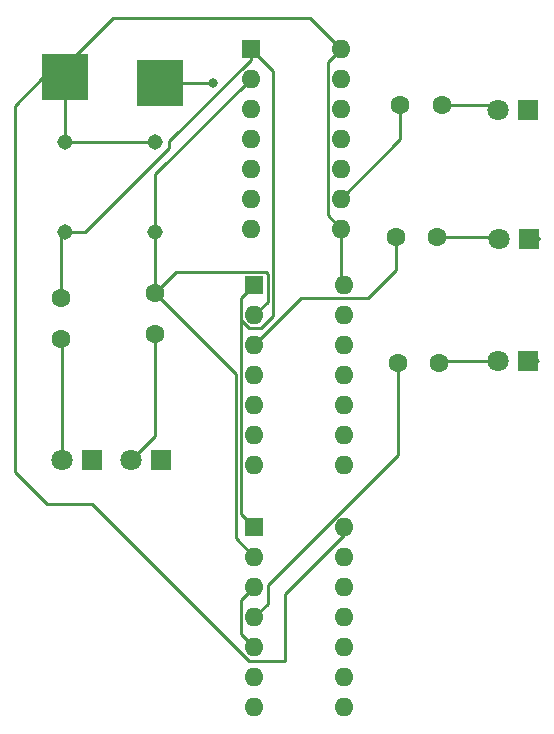
<source format=gtl>
%TF.GenerationSoftware,KiCad,Pcbnew,7.0.10*%
%TF.CreationDate,2024-01-30T14:45:37-06:00*%
%TF.ProjectId,logic_gates,6c6f6769-635f-4676-9174-65732e6b6963,rev?*%
%TF.SameCoordinates,Original*%
%TF.FileFunction,Copper,L1,Top*%
%TF.FilePolarity,Positive*%
%FSLAX46Y46*%
G04 Gerber Fmt 4.6, Leading zero omitted, Abs format (unit mm)*
G04 Created by KiCad (PCBNEW 7.0.10) date 2024-01-30 14:45:37*
%MOMM*%
%LPD*%
G01*
G04 APERTURE LIST*
%TA.AperFunction,ComponentPad*%
%ADD10C,1.600000*%
%TD*%
%TA.AperFunction,ComponentPad*%
%ADD11O,1.600000X1.600000*%
%TD*%
%TA.AperFunction,ComponentPad*%
%ADD12R,1.600000X1.600000*%
%TD*%
%TA.AperFunction,ComponentPad*%
%ADD13C,1.800000*%
%TD*%
%TA.AperFunction,ComponentPad*%
%ADD14R,1.800000X1.800000*%
%TD*%
%TA.AperFunction,ComponentPad*%
%ADD15C,1.308000*%
%TD*%
%TA.AperFunction,SMDPad,CuDef*%
%ADD16R,4.000000X4.000000*%
%TD*%
%TA.AperFunction,ViaPad*%
%ADD17C,0.800000*%
%TD*%
%TA.AperFunction,Conductor*%
%ADD18C,0.250000*%
%TD*%
G04 APERTURE END LIST*
D10*
%TO.P,R4,2*%
%TO.N,Net-(D4-A)*%
X151950000Y-82850000D03*
%TO.P,R4,1*%
%TO.N,Net-(R4-Pad1)*%
X148450000Y-82850000D03*
%TD*%
D11*
%TO.P,U3,14,VDD*%
%TO.N,+5V*%
X144120000Y-107375000D03*
%TO.P,U3,13*%
%TO.N,N/C*%
X144120000Y-109915000D03*
%TO.P,U3,12*%
X144120000Y-112455000D03*
%TO.P,U3,11*%
X144120000Y-114995000D03*
%TO.P,U3,10*%
X144120000Y-117535000D03*
%TO.P,U3,9*%
X144120000Y-120075000D03*
%TO.P,U3,8*%
X144120000Y-122615000D03*
%TO.P,U3,7,VSS*%
%TO.N,GND*%
X136500000Y-122615000D03*
%TO.P,U3,6*%
X136500000Y-120075000D03*
%TO.P,U3,5*%
%TO.N,Net-(U3-Pad3)*%
X136500000Y-117535000D03*
%TO.P,U3,4*%
%TO.N,Net-(R6-Pad1)*%
X136500000Y-114995000D03*
%TO.P,U3,3*%
%TO.N,Net-(U3-Pad3)*%
X136500000Y-112455000D03*
%TO.P,U3,2*%
%TO.N,Net-(R3-Pad1)*%
X136500000Y-109915000D03*
D12*
%TO.P,U3,1*%
%TO.N,Net-(R1-Pad1)*%
X136500000Y-107375000D03*
%TD*%
D13*
%TO.P,D3,2,A*%
%TO.N,Net-(D3-A)*%
X157110000Y-72025000D03*
D14*
%TO.P,D3,1,K*%
%TO.N,GND*%
X159650000Y-72025000D03*
%TD*%
D12*
%TO.P,U2,1*%
%TO.N,Net-(R1-Pad1)*%
X136500000Y-86875000D03*
D11*
%TO.P,U2,2*%
%TO.N,Net-(R3-Pad1)*%
X136500000Y-89415000D03*
%TO.P,U2,3*%
%TO.N,Net-(R4-Pad1)*%
X136500000Y-91955000D03*
%TO.P,U2,4*%
%TO.N,N/C*%
X136500000Y-94495000D03*
%TO.P,U2,5*%
X136500000Y-97035000D03*
%TO.P,U2,6*%
X136500000Y-99575000D03*
%TO.P,U2,7,VSS*%
%TO.N,GND*%
X136500000Y-102115000D03*
%TO.P,U2,8*%
%TO.N,N/C*%
X144120000Y-102115000D03*
%TO.P,U2,9*%
X144120000Y-99575000D03*
%TO.P,U2,10*%
X144120000Y-97035000D03*
%TO.P,U2,11*%
X144120000Y-94495000D03*
%TO.P,U2,12*%
X144120000Y-91955000D03*
%TO.P,U2,13*%
X144120000Y-89415000D03*
%TO.P,U2,14,VDD*%
%TO.N,+5V*%
X144120000Y-86875000D03*
%TD*%
D10*
%TO.P,R3,2*%
%TO.N,Net-(D2-A)*%
X128050000Y-91050000D03*
%TO.P,R3,1*%
%TO.N,Net-(R3-Pad1)*%
X128050000Y-87550000D03*
%TD*%
%TO.P,R1,2*%
%TO.N,Net-(D1-A)*%
X120150000Y-91450000D03*
%TO.P,R1,1*%
%TO.N,Net-(R1-Pad1)*%
X120150000Y-87950000D03*
%TD*%
%TO.P,R6,1*%
%TO.N,Net-(R6-Pad1)*%
X148650000Y-93450000D03*
%TO.P,R6,2*%
%TO.N,Net-(D6-A)*%
X152150000Y-93450000D03*
%TD*%
D14*
%TO.P,D6,1,K*%
%TO.N,GND*%
X159650000Y-93325000D03*
D13*
%TO.P,D6,2,A*%
%TO.N,Net-(D6-A)*%
X157110000Y-93325000D03*
%TD*%
D14*
%TO.P,D4,1,K*%
%TO.N,GND*%
X159750000Y-83025000D03*
D13*
%TO.P,D4,2,A*%
%TO.N,Net-(D4-A)*%
X157210000Y-83025000D03*
%TD*%
D11*
%TO.P,U1,14,VDD*%
%TO.N,+5V*%
X143820000Y-66875000D03*
%TO.P,U1,13*%
%TO.N,N/C*%
X143820000Y-69415000D03*
%TO.P,U1,12*%
X143820000Y-71955000D03*
%TO.P,U1,11*%
X143820000Y-74495000D03*
%TO.P,U1,10*%
X143820000Y-77035000D03*
%TO.P,U1,9*%
%TO.N,Net-(R2-Pad1)*%
X143820000Y-79575000D03*
%TO.P,U1,8*%
%TO.N,+5V*%
X143820000Y-82115000D03*
%TO.P,U1,7,VSS*%
%TO.N,GND*%
X136200000Y-82115000D03*
%TO.P,U1,6*%
%TO.N,N/C*%
X136200000Y-79575000D03*
%TO.P,U1,5*%
X136200000Y-77035000D03*
%TO.P,U1,4*%
X136200000Y-74495000D03*
%TO.P,U1,3*%
X136200000Y-71955000D03*
%TO.P,U1,2*%
%TO.N,Net-(R3-Pad1)*%
X136200000Y-69415000D03*
D12*
%TO.P,U1,1*%
%TO.N,Net-(R1-Pad1)*%
X136200000Y-66875000D03*
%TD*%
D15*
%TO.P,S1,A1*%
%TO.N,+5V*%
X120500000Y-74790000D03*
%TO.P,S1,1*%
%TO.N,Net-(R1-Pad1)*%
X120500000Y-82410000D03*
%TD*%
D13*
%TO.P,D2,2,A*%
%TO.N,Net-(D2-A)*%
X126010000Y-101725000D03*
D14*
%TO.P,D2,1,K*%
%TO.N,GND*%
X128550000Y-101725000D03*
%TD*%
D10*
%TO.P,R2,1*%
%TO.N,Net-(R2-Pad1)*%
X148850000Y-71650000D03*
%TO.P,R2,2*%
%TO.N,Net-(D3-A)*%
X152350000Y-71650000D03*
%TD*%
D13*
%TO.P,D1,2,A*%
%TO.N,Net-(D1-A)*%
X120210000Y-101725000D03*
D14*
%TO.P,D1,1,K*%
%TO.N,GND*%
X122750000Y-101725000D03*
%TD*%
D15*
%TO.P,S2,1*%
%TO.N,Net-(R3-Pad1)*%
X128100000Y-82410000D03*
%TO.P,S2,A1*%
%TO.N,+5V*%
X128100000Y-74790000D03*
%TD*%
D16*
%TO.P,BAT -,2*%
%TO.N,GND*%
X128500000Y-69800000D03*
%TD*%
%TO.P,BAT+,1*%
%TO.N,+5V*%
X120500000Y-69300000D03*
%TD*%
D17*
%TO.N,GND*%
X133000000Y-69800000D03*
%TD*%
D18*
%TO.N,Net-(R1-Pad1)*%
X136034009Y-90540000D02*
X137060000Y-90540000D01*
X135375000Y-89880991D02*
X136034009Y-90540000D01*
X137060000Y-90540000D02*
X138075000Y-89525000D01*
X138075000Y-89525000D02*
X138075000Y-68750000D01*
X138075000Y-68750000D02*
X136200000Y-66875000D01*
X136500000Y-86875000D02*
X135375000Y-88000000D01*
X135375000Y-88000000D02*
X135375000Y-89880991D01*
X122190000Y-82410000D02*
X120500000Y-82410000D01*
X129300000Y-75300000D02*
X122190000Y-82410000D01*
X129300000Y-74724009D02*
X129300000Y-75300000D01*
X136200000Y-67824009D02*
X129300000Y-74724009D01*
X136200000Y-66875000D02*
X136200000Y-67824009D01*
%TO.N,GND*%
X133000000Y-69800000D02*
X128500000Y-69800000D01*
%TO.N,Net-(R4-Pad1)*%
X148450000Y-85650000D02*
X146100000Y-88000000D01*
X148450000Y-82850000D02*
X148450000Y-85650000D01*
%TO.N,Net-(R2-Pad1)*%
X148850000Y-74545000D02*
X143820000Y-79575000D01*
X148850000Y-71650000D02*
X148850000Y-74545000D01*
%TO.N,Net-(D6-A)*%
X157110000Y-93325000D02*
X152275000Y-93325000D01*
X152275000Y-93325000D02*
X152150000Y-93450000D01*
%TO.N,Net-(R6-Pad1)*%
X148650000Y-93450000D02*
X148650000Y-101254009D01*
%TO.N,Net-(D3-A)*%
X156735000Y-71650000D02*
X157110000Y-72025000D01*
X152350000Y-71650000D02*
X156735000Y-71650000D01*
%TO.N,GND*%
X160585000Y-82950000D02*
X160610000Y-82925000D01*
%TO.N,+5V*%
X116200000Y-102700000D02*
X116200000Y-71700000D01*
X118900000Y-105400000D02*
X116200000Y-102700000D01*
X139100000Y-118700000D02*
X136074009Y-118700000D01*
%TO.N,GND*%
X160435000Y-93250000D02*
X160510000Y-93325000D01*
%TO.N,+5V*%
X144120000Y-107375000D02*
X144120000Y-108011396D01*
X139100000Y-113031396D02*
X139100000Y-118700000D01*
X136074009Y-118700000D02*
X122774009Y-105400000D01*
X144120000Y-108011396D02*
X139100000Y-113031396D01*
X122774009Y-105400000D02*
X118900000Y-105400000D01*
X116200000Y-71700000D02*
X118600000Y-69300000D01*
X118600000Y-69300000D02*
X120500000Y-69300000D01*
%TO.N,Net-(R6-Pad1)*%
X148650000Y-101254009D02*
X137625000Y-112279009D01*
X137625000Y-112279009D02*
X137625000Y-113870000D01*
X137625000Y-113870000D02*
X136500000Y-114995000D01*
%TO.N,Net-(D4-A)*%
X157275000Y-83025000D02*
X157400000Y-82900000D01*
X157350000Y-82850000D02*
X151950000Y-82850000D01*
X157210000Y-83025000D02*
X157275000Y-83025000D01*
X157400000Y-82900000D02*
X157350000Y-82850000D01*
%TO.N,Net-(R3-Pad1)*%
X136200000Y-69415000D02*
X128100000Y-77515000D01*
X128100000Y-77515000D02*
X128100000Y-82410000D01*
%TO.N,+5V*%
X143820000Y-66875000D02*
X142695000Y-68000000D01*
X142695000Y-68000000D02*
X142695000Y-80990000D01*
X142695000Y-80990000D02*
X143820000Y-82115000D01*
%TO.N,Net-(R1-Pad1)*%
X136500000Y-107375000D02*
X135375000Y-106250000D01*
X135375000Y-106250000D02*
X135375000Y-88000000D01*
%TO.N,+5V*%
X143820000Y-86575000D02*
X144120000Y-86875000D01*
X120500000Y-69300000D02*
X120500000Y-68300000D01*
%TO.N,Net-(R4-Pad1)*%
X140455000Y-88000000D02*
X136500000Y-91955000D01*
%TO.N,+5V*%
X120500000Y-68300000D02*
X124500000Y-64300000D01*
X143820000Y-82115000D02*
X143820000Y-86575000D01*
X124500000Y-64300000D02*
X141245000Y-64300000D01*
%TO.N,Net-(R4-Pad1)*%
X146100000Y-88000000D02*
X140455000Y-88000000D01*
%TO.N,+5V*%
X141245000Y-64300000D02*
X143820000Y-66875000D01*
%TO.N,Net-(R3-Pad1)*%
X134925000Y-108340000D02*
X134925000Y-94425000D01*
X134925000Y-94425000D02*
X128050000Y-87550000D01*
X136500000Y-89415000D02*
X137625000Y-88290000D01*
X137625000Y-85925000D02*
X137450000Y-85750000D01*
X137625000Y-88290000D02*
X137625000Y-85925000D01*
X137450000Y-85750000D02*
X129850000Y-85750000D01*
X129850000Y-85750000D02*
X128050000Y-87550000D01*
X136500000Y-109915000D02*
X134925000Y-108340000D01*
%TO.N,Net-(D1-A)*%
X120210000Y-91510000D02*
X120150000Y-91450000D01*
X120210000Y-101725000D02*
X120210000Y-91510000D01*
%TO.N,Net-(D2-A)*%
X126010000Y-101725000D02*
X128050000Y-99685000D01*
X128050000Y-99685000D02*
X128050000Y-91050000D01*
%TO.N,Net-(U3-Pad3)*%
X135375000Y-116410000D02*
X135375000Y-113580000D01*
X136500000Y-117535000D02*
X135375000Y-116410000D01*
X135375000Y-113580000D02*
X136500000Y-112455000D01*
%TO.N,Net-(R3-Pad1)*%
X128050000Y-82460000D02*
X128100000Y-82410000D01*
%TO.N,+5V*%
X120500000Y-69300000D02*
X120500000Y-74790000D01*
%TO.N,Net-(R3-Pad1)*%
X128050000Y-87550000D02*
X128050000Y-82460000D01*
%TO.N,+5V*%
X128100000Y-74790000D02*
X120500000Y-74790000D01*
%TO.N,Net-(R1-Pad1)*%
X120150000Y-87950000D02*
X120150000Y-82760000D01*
X120150000Y-82760000D02*
X120500000Y-82410000D01*
%TD*%
M02*

</source>
